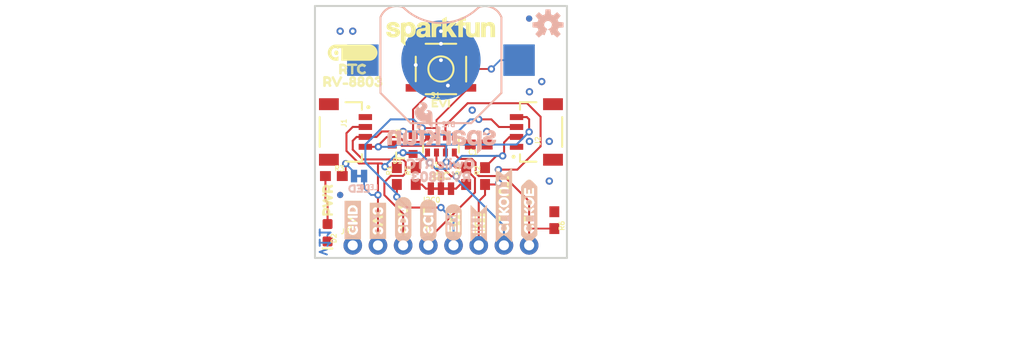
<source format=kicad_pcb>
(kicad_pcb (version 20211014) (generator pcbnew)
  (layers (0 "F.Cu" signal) (31 "B.Cu" signal) (34 "B.Paste" user) (35 "F.Paste" user) (36 "B.SilkS" user "B.Silkscreen") (37 "F.SilkS" user "F.Silkscreen") (38 "B.Mask" user) (39 "F.Mask" user) (44 "Edge.Cuts" user))
  (net 0 "")
  (net 1 "N$1")
  (net 2 "GND")
  (net 3 "SCL")
  (net 4 "SDA")
  (net 5 "CLKOUT")
  (net 6 "CLKOE")
  (net 7 "~{EVI}")
  (net 8 "3.3V")
  (net 9 "~{INT}")
  (net 10 "N$3")
  (net 11 "N$2")
  (net 12 "N$5")
  (net 13 "N$6")
  (net 14 "N$7")
  (footprint "boardEagle:SCL3" (layer "F.Cu") (at 147.2311 116.1796 90)
    (fp_text reference "U$7" hide)
    (fp_text value "" hide)
  )
  (footprint "boardEagle:PWR7" (layer "F.Cu") (at 137.0711 114.4016 90)
    (fp_text reference "U$17" hide)
    (fp_text value "" hide)
  )
  (footprint "boardEagle:TACTILE_SWITCH_SMD_5.2MM" (layer "F.Cu") (at 148.5011 98.6536 180)
    (fp_text reference "S1" (at 0 -2.667) (layer "F.SilkS") (effects (font (size 0.512064 0.512064) (thickness 0.097536)) (justify right)))
    (fp_text value "MOMENTARY-SWITCH-SPST-SMD-5.2MM-TALL")
    (pad "1" smd rect (at -2.794 -1.905 270) (size 0.762 1.524) (layers "F.Cu" "F.Paste" "F.Mask") (net 7 "~{EVI}"))
    (pad "2" smd rect (at 2.794 -1.905 270) (size 0.762 1.524) (layers "F.Cu" "F.Paste" "F.Mask"))
    (pad "3" smd rect (at -2.794 1.905 270) (size 0.762 1.524) (layers "F.Cu" "F.Paste" "F.Mask") (net 2 "GND"))
    (pad "4" smd rect (at 2.794 1.905 270) (size 0.762 1.524) (layers "F.Cu" "F.Paste" "F.Mask"))
  )
  (footprint "boardEagle:0603" (layer "F.Cu") (at 145.9611 109.4486 90)
    (fp_text reference "R5" (at 0 -0.762 90) (layer "F.SilkS") (effects (font (size 0.512064 0.512064) (thickness 0.097536)) (justify left)))
    (fp_text value "4.7k")
    (pad "1" smd rect (at -0.85 0 90) (size 1.1 1) (layers "F.Cu" "F.Paste" "F.Mask") (net 13 "N$6"))
    (pad "2" smd rect (at 0.85 0 90) (size 1.1 1) (layers "F.Cu" "F.Paste" "F.Mask") (net 4 "SDA"))
  )
  (footprint "boardEagle:0603" (layer "F.Cu") (at 152.3111 106.2736 180)
    (fp_text reference "C1" (at 0 -0.762) (layer "F.SilkS") (effects (font (size 0.512064 0.512064) (thickness 0.097536)) (justify right)))
    (fp_text value "10nF")
    (pad "1" smd rect (at -0.85 0 180) (size 1.1 1) (layers "F.Cu" "F.Paste" "F.Mask") (net 2 "GND"))
    (pad "2" smd rect (at 0.85 0 180) (size 1.1 1) (layers "F.Cu" "F.Paste" "F.Mask") (net 1 "N$1"))
  )
  (footprint "boardEagle:SOT23-3" (layer "F.Cu") (at 144.6911 106.2736 90)
    (fp_text reference "D1" (at -1.651 0) (layer "F.SilkS") (effects (font (size 0.512064 0.512064) (thickness 0.097536)) (justify right)))
    (fp_text value "BAS70-05")
    (pad "1" smd rect (at -0.95 1 90) (size 0.8 0.9) (layers "F.Cu" "F.Paste" "F.Mask") (net 8 "3.3V"))
    (pad "2" smd rect (at 0.95 1 90) (size 0.8 0.9) (layers "F.Cu" "F.Paste" "F.Mask") (net 10 "N$3"))
    (pad "3" smd rect (at 0 -1.1 90) (size 0.8 0.9) (layers "F.Cu" "F.Paste" "F.Mask") (net 1 "N$1"))
  )
  (footprint "boardEagle:FIDUCIAL-MICRO" (layer "F.Cu") (at 138.3411 111.3536)
    (fp_text reference "FD1" hide)
    (fp_text value "FIDUCIALUFIDUCIAL" hide)
    (pad "1" smd roundrect (at 0 0) (size 0.635 0.635) (layers "F.Cu" "F.Mask") (roundrect_rratio 0.5))
  )
  (footprint "boardEagle:CLKOE7" (layer "F.Cu") (at 157.3911 116.1796 90)
    (fp_text reference "U$13" hide)
    (fp_text value "" hide)
  )
  (footprint "boardEagle:I2C0" (layer "F.Cu") (at 146.9011 109.4036)
    (fp_text reference "U$19" hide)
    (fp_text value "" hide)
  )
  (footprint "boardEagle:0603" (layer "F.Cu") (at 151.0411 109.4486 90)
    (fp_text reference "R4" (at 0 -0.762 90) (layer "F.SilkS") (effects (font (size 0.512064 0.512064) (thickness 0.097536)) (justify left)))
    (fp_text value "4.7k")
    (pad "1" smd rect (at -0.85 0 90) (size 1.1 1) (layers "F.Cu" "F.Paste" "F.Mask") (net 14 "N$7"))
    (pad "2" smd rect (at 0.85 0 90) (size 1.1 1) (layers "F.Cu" "F.Paste" "F.Mask") (net 3 "SCL"))
  )
  (footprint "boardEagle:EVI1" (layer "F.Cu") (at 146.8011 102.1036)
    (fp_text reference "U$18" hide)
    (fp_text value "" hide)
  )
  (footprint "boardEagle:SDA2" (layer "F.Cu") (at 144.6911 116.1796 90)
    (fp_text reference "U$5" hide)
    (fp_text value "" hide)
  )
  (footprint "boardEagle:RV-3028" (layer "F.Cu") (at 148.5011 106.2736)
    (fp_text reference "U1" (at -1.27 2.032) (layer "F.SilkS") (effects (font (size 0.512064 0.512064) (thickness 0.097536)) (justify left)))
    (fp_text value "RV-8803")
    (pad "1" smd rect (at -1.35 0.8) (size 0.5 0.8) (layers "F.Cu" "F.Paste" "F.Mask") (net 4 "SDA"))
    (pad "2" smd rect (at -0.45 0.8) (size 0.5 0.8) (layers "F.Cu" "F.Paste" "F.Mask") (net 5 "CLKOUT"))
    (pad "3" smd rect (at 0.45 0.8) (size 0.5 0.8) (layers "F.Cu" "F.Paste" "F.Mask") (net 1 "N$1"))
    (pad "4" smd rect (at 1.35 0.8) (size 0.5 0.8) (layers "F.Cu" "F.Paste" "F.Mask") (net 6 "CLKOE"))
    (pad "5" smd rect (at 1.35 -0.8) (size 0.5 0.8) (layers "F.Cu" "F.Paste" "F.Mask") (net 2 "GND"))
    (pad "6" smd rect (at 0.45 -0.8) (size 0.5 0.8) (layers "F.Cu" "F.Paste" "F.Mask") (net 9 "~{INT}"))
    (pad "7" smd rect (at -0.45 -0.8) (size 0.5 0.8) (layers "F.Cu" "F.Paste" "F.Mask") (net 7 "~{EVI}"))
    (pad "8" smd rect (at -1.35 -0.8) (size 0.5 0.8) (layers "F.Cu" "F.Paste" "F.Mask") (net 3 "SCL"))
  )
  (footprint "boardEagle:#INT5" (layer "F.Cu") (at 152.3111 116.3066 90)
    (fp_text reference "U$15" hide)
    (fp_text value "" hide)
  )
  (footprint "boardEagle:0603" (layer "F.Cu") (at 152.9461 109.4486 90)
    (fp_text reference "R2" (at 0 -0.762 90) (layer "F.SilkS") (effects (font (size 0.512064 0.512064) (thickness 0.097536)) (justify left)))
    (fp_text value "100k")
    (pad "1" smd rect (at -0.85 0 90) (size 1.1 1) (layers "F.Cu" "F.Paste" "F.Mask") (net 9 "~{INT}"))
    (pad "2" smd rect (at 0.85 0 90) (size 1.1 1) (layers "F.Cu" "F.Paste" "F.Mask") (net 8 "3.3V"))
  )
  (footprint "boardEagle:CLKOUT6" (layer "F.Cu") (at 154.8511 116.1796 90)
    (fp_text reference "U$11" hide)
    (fp_text value "" hide)
  )
  (footprint "boardEagle:_RV#88031" (layer "F.Cu") (at 135.3111 99.9136)
    (fp_text reference "U$24" hide)
    (fp_text value "" hide)
  )
  (footprint "boardEagle:QWIIC_5MM" (layer "F.Cu") (at 139.5711 96.9936)
    (fp_text reference "LOGO4" hide)
    (fp_text value "QWIIC_LOGO_5MM" hide)
  )
  (footprint "boardEagle:JST04_1MM_RA" (layer "F.Cu") (at 156.1211 105.0036 90)
    (fp_text reference "J2" (at -1.397 2.159 90) (layer "F.SilkS") (effects (font (size 0.512064 0.512064) (thickness 0.097536)) (justify left)))
    (fp_text value "QWIIC")
    (pad "1" smd rect (at -1.5 0 90) (size 0.6 1.35) (layers "F.Cu" "F.Paste" "F.Mask") (net 2 "GND"))
    (pad "2" smd rect (at -0.5 0 90) (size 0.6 1.35) (layers "F.Cu" "F.Paste" "F.Mask") (net 8 "3.3V"))
    (pad "3" smd rect (at 0.5 0 90) (size 0.6 1.35) (layers "F.Cu" "F.Paste" "F.Mask") (net 4 "SDA"))
    (pad "4" smd rect (at 1.5 0 90) (size 0.6 1.35) (layers "F.Cu" "F.Paste" "F.Mask") (net 3 "SCL"))
    (pad "NC1" smd rect (at 2.8 3.675 90) (size 1.2 2) (layers "F.Cu" "F.Paste" "F.Mask"))
    (pad "NC2" smd rect (at -2.8 3.675 90) (size 1.2 2) (layers "F.Cu" "F.Paste" "F.Mask"))
  )
  (footprint "boardEagle:#EVI2" (layer "F.Cu") (at 149.7711 116.1796 90)
    (fp_text reference "U$9" hide)
    (fp_text value "" hide)
  )
  (footprint "boardEagle:SFE_LOGO_NAME_.1" (layer "F.Cu") (at 148.5011 94.8436)
    (fp_text reference "LOGO5" hide)
    (fp_text value "SFE_LOGO_NAME.1_INCH" hide)
  )
  (footprint "boardEagle:0603" (layer "F.Cu") (at 137.7061 109.4486)
    (fp_text reference "R3" (at 0 -0.762) (layer "F.SilkS") (effects (font (size 0.512064 0.512064) (thickness 0.097536)) (justify left)))
    (fp_text value "1k")
    (pad "1" smd rect (at -0.85 0) (size 1.1 1) (layers "F.Cu" "F.Paste" "F.Mask") (net 11 "N$2"))
    (pad "2" smd rect (at 0.85 0) (size 1.1 1) (layers "F.Cu" "F.Paste" "F.Mask") (net 12 "N$5"))
  )
  (footprint "boardEagle:3V31" (layer "F.Cu") (at 142.1511 116.3066 90)
    (fp_text reference "U$1" hide)
    (fp_text value "" hide)
  )
  (footprint "boardEagle:RTC0" (layer "F.Cu") (at 137.2711 98.6536)
    (fp_text reference "U$25" hide)
    (fp_text value "" hide)
  )
  (footprint "boardEagle:LED-0603" (layer "F.Cu") (at 137.0711 115.1636 -90)
    (fp_text reference "D2" (at 0 -0.635 90) (layer "F.SilkS") (effects (font (size 0.512064 0.512064) (thickness 0.097536)) (justify right)))
    (fp_text value "RED")
    (pad "A" smd roundrect (at -0.877 0 180) (size 1 1) (layers "F.Cu" "F.Paste" "F.Mask") (roundrect_rratio 0.15) (net 11 "N$2"))
    (pad "C" smd roundrect (at 0.877 0 180) (size 1 1) (layers "F.Cu" "F.Paste" "F.Mask") (roundrect_rratio 0.15) (net 2 "GND"))
  )
  (footprint "boardEagle:SMT-JUMPER_3_2-NC_TRACE_NO-SILK" (layer "F.Cu") (at 148.5011 110.7186 180)
    (fp_text reference "I2C0" (at 0 -1.143) (layer "F.SilkS") (effects (font (size 0.512064 0.512064) (thickness 0.097536)) (justify right)))
    (fp_text value "JUMPER-SMT_3_2-NC_TRACE_NO-SILK")
    (fp_line (start 0 0) (end -1.016 0) (layer "F.Cu") (width 0.254))
    (fp_line (start 0 0) (end 1.016 0) (layer "F.Cu") (width 0.254))
    (pad "1" smd rect (at -1.016 0 180) (size 0.635 1.27) (layers "F.Cu" "F.Mask") (net 14 "N$7"))
    (pad "2" smd rect (at 0 0 180) (size 0.635 1.27) (layers "F.Cu" "F.Mask") (net 8 "3.3V"))
    (pad "3" smd rect (at 1.016 0 180) (size 0.635 1.27) (layers "F.Cu" "F.Mask") (net 13 "N$6"))
  )
  (footprint "boardEagle:0603" (layer "F.Cu") (at 159.9311 113.8936 -90)
    (fp_text reference "R6" (at 0 -0.762 90) (layer "F.SilkS") (effects (font (size 0.512064 0.512064) (thickness 0.097536)) (justify right)))
    (fp_text value "100k")
    (pad "1" smd rect (at -0.85 0 270) (size 1.1 1) (layers "F.Cu" "F.Paste" "F.Mask") (net 2 "GND"))
    (pad "2" smd rect (at 0.85 0 270) (size 1.1 1) (layers "F.Cu" "F.Paste" "F.Mask") (net 6 "CLKOE"))
  )
  (footprint "boardEagle:FIDUCIAL-MICRO" (layer "F.Cu") (at 157.3911 93.5736)
    (fp_text reference "FD3" hide)
    (fp_text value "FIDUCIALUFIDUCIAL" hide)
    (pad "1" smd roundrect (at 0 0) (size 0.635 0.635) (layers "F.Cu" "F.Mask") (roundrect_rratio 0.5))
  )
  (footprint "boardEagle:CREATIVE_COMMONS" (layer "F.Cu") (at 124.3711 126.5936)
    (fp_text reference "FRAME1" hide)
    (fp_text value "FRAME-LETTER" hide)
  )
  (footprint "boardEagle:0603" (layer "F.Cu") (at 144.0561 109.4486 90)
    (fp_text reference "R1" (at 0 -0.762 90) (layer "F.SilkS") (effects (font (size 0.512064 0.512064) (thickness 0.097536)) (justify left)))
    (fp_text value "100k")
    (pad "1" smd rect (at -0.85 0 90) (size 1.1 1) (layers "F.Cu" "F.Paste" "F.Mask") (net 7 "~{EVI}"))
    (pad "2" smd rect (at 0.85 0 90) (size 1.1 1) (layers "F.Cu" "F.Paste" "F.Mask") (net 8 "3.3V"))
  )
  (footprint "boardEagle:1X08_NO_SILK" (layer "F.Cu") (at 139.6111 116.4336)
    (fp_text reference "J3" (at -1.27 -1.397) (layer "F.SilkS") (effects (font (size 0.512064 0.512064) (thickness 0.097536)) (justify left)))
    (fp_text value "")
    (pad "1" thru_hole circle (at 0 0 90) (size 1.8796 1.8796) (drill 1.016) (layers *.Cu *.Mask) (net 2 "GND"))
    (pad "2" thru_hole circle (at 2.54 0 90) (size 1.8796 1.8796) (drill 1.016) (layers *.Cu *.Mask) (net 8 "3.3V"))
    (pad "3" thru_hole circle (at 5.08 0 90) (size 1.8796 1.8796) (drill 1.016) (layers *.Cu *.Mask) (net 4 "SDA"))
    (pad "4" thru_hole circle (at 7.62 0 90) (size 1.8796 1.8796) (drill 1.016) (layers *.Cu *.Mask) (net 3 "SCL"))
    (pad "5" thru_hole circle (at 10.16 0 90) (size 1.8796 1.8796) (drill 1.016) (layers *.Cu *.Mask) (net 7 "~{EVI}"))
    (pad "6" thru_hole circle (at 12.7 0 90) (size 1.8796 1.8796) (drill 1.016) (layers *.Cu *.Mask) (net 9 "~{INT}"))
    (pad "7" thru_hole circle (at 15.24 0 90) (size 1.8796 1.8796) (drill 1.016) (layers *.Cu *.Mask) (net 5 "CLKOUT"))
    (pad "8" thru_hole circle (at 17.78 0 90) (size 1.8796 1.8796) (drill 1.016) (layers *.Cu *.Mask) (net 6 "CLKOE"))
  )
  (footprint "boardEagle:GND0" (layer "F.Cu") (at 139.6111 116.3066 90)
    (fp_text reference "U$3" hide)
    (fp_text value "" hide)
  )
  (footprint "boardEagle:JST04_1MM_RA" (layer "F.Cu") (at 140.8811 105.0036 -90)
    (fp_text reference "J1" (at -1.397 2.159 90) (layer "F.SilkS") (effects (font (size 0.512064 0.512064) (thickness 0.097536)) (justify right)))
    (fp_text value "QWIIC")
    (pad "1" smd rect (at -1.5 0 270) (size 0.6 1.35) (layers "F.Cu" "F.Paste" "F.Mask") (net 2 "GND"))
    (pad "2" smd rect (at -0.5 0 270) (size 0.6 1.35) (layers "F.Cu" "F.Paste" "F.Mask") (net 8 "3.3V"))
    (pad "3" smd rect (at 0.5 0 270) (size 0.6 1.35) (layers "F.Cu" "F.Paste" "F.Mask") (net 4 "SDA"))
    (pad "4" smd rect (at 1.5 0 270) (size 0.6 1.35) (layers "F.Cu" "F.Paste" "F.Mask") (net 3 "SCL"))
    (pad "NC1" smd rect (at 2.8 3.675 270) (size 1.2 2) (layers "F.Cu" "F.Paste" "F.Mask"))
    (pad "NC2" smd rect (at -2.8 3.675 270) (size 1.2 2) (layers "F.Cu" "F.Paste" "F.Mask"))
  )
  (footprint "boardEagle:GND0" (layer "B.Cu") (at 139.6111 116.3066 90)
    (fp_text reference "U$4" hide)
    (fp_text value "" hide)
  )
  (footprint "boardEagle:OSHW-LOGO-S" (layer "B.Cu") (at 159.2961 94.2086 180)
    (fp_text reference "LOGO2" hide)
    (fp_text value "OSHW-LOGOS" hide)
  )
  (footprint "boardEagle:FIDUCIAL-MICRO" (layer "B.Cu") (at 138.3411 111.3536 180)
    (fp_text reference "FD2" hide)
    (fp_text value "FIDUCIALUFIDUCIAL" hide)
    (pad "1" smd roundrect (at 0 0 180) (size 0.635 0.635) (layers "B.Cu" "B.Mask") (roundrect_rratio 0.5))
  )
  (footprint "boardEagle:SCL3" (layer "B.Cu") (at 147.2311 116.1796 90)
    (fp_text reference "U$8" hide)
    (fp_text value "" hide)
  )
  (footprint "boardEagle:#EVI2" (layer "B.Cu") (at 149.7711 116.1796 90)
    (fp_text reference "U$10" hide)
    (fp_text value "" hide)
  )
  (footprint "boardEagle:SMT-JUMPER_2_NC_TRACE_NO-SILK" (layer "B.Cu") (at 140.2461 109.4486)
    (fp_text reference "LED0" (at 0 1.143) (layer "B.SilkS") (effects (font (size 0.512064 0.512064) (thickness 0.097536)) (justify right mirror)))
    (fp_text value "JUMPER-SMT_2_NC_TRACE_NO-SILK")
    (fp_line (start -0.508 0) (end 0.508 0) (layer "B.Cu") (width 0.254))
    (pad "1" smd rect (at -0.508 0) (size 0.635 1.27) (layers "B.Cu" "B.Mask") (net 12 "N$5"))
    (pad "2" smd rect (at 0.508 0) (size 0.635 1.27) (layers "B.Cu" "B.Mask") (net 8 "3.3V"))
  )
  (footprint "boardEagle:FIDUCIAL-MICRO" (layer "B.Cu") (at 157.3911 93.5736 180)
    (fp_text reference "FD4" hide)
    (fp_text value "FIDUCIALUFIDUCIAL" hide)
    (pad "1" smd roundrect (at 0 0 180) (size 0.635 0.635) (layers "B.Cu" "B.Mask") (roundrect_rratio 0.5))
  )
  (footprint "boardEagle:QWIIC_RTC0" (layer "B.Cu") (at 152.8011 108.1936 180)
    (fp_text reference "U$21" hide)
    (fp_text value "" hide)
  )
  (footprint "boardEagle:LED2" (layer "B.Cu") (at 142.0911 110.7036 180)
    (fp_text reference "U$20" hide)
    (fp_text value "" hide)
  )
  (footprint "boardEagle:CLKOE7" (layer "B.Cu") (at 157.3911 116.1796 90)
    (fp_text reference "U$14" hide)
    (fp_text value "" hide)
  )
  (footprint "boardEagle:CLKOUT6" (layer "B.Cu") (at 154.8511 116.1796 90)
    (fp_text reference "U$12" hide)
    (fp_text value "" hide)
  )
  (footprint "boardEagle:SDA2" (layer "B.Cu") (at 144.6911 116.1796 90)
    (fp_text reference "U$6" hide)
    (fp_text value "" hide)
  )
  (footprint "boardEagle:3V31" (layer "B.Cu") (at 142.1511 116.3066 90)
    (fp_text reference "U$2" hide)
    (fp_text value "" hide)
  )
  (footprint "boardEagle:BATTCON_12MM" (layer "B.Cu") (at 148.5011 97.7646 180)
    (fp_text reference "BT2" (at 0 -6.477) (layer "B.SilkS") (effects (font (size 0.512064 0.512064) (thickness 0.097536)) (justify right mirror)))
    (fp_text value "")
    (pad "GND" smd roundrect (at 0 0 180) (size 8 8) (layers "B.Cu" "B.Mask") (roundrect_rratio 0.5) (net 2 "GND"))
    (pad "PWR@1" smd rect (at -7.874 0 180) (size 3.175 3.175) (layers "B.Cu" "B.Paste" "B.Mask") (net 10 "N$3"))
    (pad "PWR@2" smd rect (at 7.874 0 180) (size 3.175 3.175) (layers "B.Cu" "B.Paste" "B.Mask"))
  )
  (footprint "boardEagle:SFE_LOGO_NAME_FLAME_.1" (layer "B.Cu") (at 148.5011 105.7036 180)
    (fp_text reference "LOGO1" hide)
    (fp_text value "SFE_LOGO_NAME_FLAME.1_INCH" hide)
  )
  (footprint "boardEagle:_RV#88031" (layer "B.Cu") (at 152.8011 109.4936 180)
    (fp_text reference "U$22" hide)
    (fp_text value "" hide)
  )
  (footprint "boardEagle:#INT5" (layer "B.Cu") (at 152.3111 116.3066 90)
    (fp_text reference "U$16" hide)
    (fp_text value "" hide)
  )
  (gr_line (start 135.8011 117.7036) (end 161.2011 117.7036) (layer "Edge.Cuts") (width 0.2032))
  (gr_line (start 161.2011 92.3036) (end 135.8011 92.3036) (layer "Edge.Cuts") (width 0.2032))
  (gr_line (start 161.2011 117.7036) (end 161.2011 92.3036) (layer "Edge.Cuts") (width 0.2032))
  (gr_line (start 135.8011 92.3036) (end 135.8011 117.7036) (layer "Edge.Cuts") (width 0.2032))
  (gr_text "v11" (at 137.4011 114.5036 -90) (layer "B.Cu") (effects (font (size 1.0795 1.0795) (thickness 0.1905)) (justify right top mirror)))
  (segment (start 149.1297 106.2736) (end 151.4611 106.2736) (width 0.2032) (layer "F.Cu") (net 1))
  (segment (start 144.5577 106.3942) (end 149.0091 106.3942) (width 0.2032) (layer "F.Cu") (net 1))
  (segment (start 148.9511 107.0736) (end 148.9511 106.4522) (width 0.2032) (layer "F.Cu") (net 1))
  (segment (start 148.9511 106.4522) (end 149.0091 106.3942) (width 0.2032) (layer "F.Cu") (net 1))
  (segment (start 144.4371 106.2736) (end 144.5577 106.3942) (width 0.2032) (layer "F.Cu") (net 1))
  (segment (start 149.1297 106.2736) (end 149.0091 106.3942) (width 0.2032) (layer "F.Cu") (net 1))
  (segment (start 143.5911 106.2736) (end 144.4371 106.2736) (width 0.2032) (layer "F.Cu") (net 1))
  (via (at 159.4239 109.9528) (size 0.7366) (drill 0.381) (layers "F.Cu" "B.Cu") (net 2))
  (via (at 145.9611 98.2536) (size 0.7366) (drill 0.381) (layers "F.Cu" "B.Cu") (net 2))
  (via (at 139.6111 94.8436) (size 0.7366) (drill 0.381) (layers "F.Cu" "B.Cu") (net 2))
  (via (at 151.6537 102.8034) (size 0.7366) (drill 0.381) (layers "F.Cu" "B.Cu") (net 2))
  (via (at 138.3411 94.8436) (size 0.7366) (drill 0.381) (layers "F.Cu" "B.Cu") (net 2))
  (via (at 148.5011 94.8436) (size 0.7366) (drill 0.381) (layers "F.Cu" "B.Cu") (net 2))
  (via (at 148.5011 97.7646) (size 0.7366) (drill 0.381) (layers "F.Cu" "B.Cu") (net 2))
  (via (at 157.4239 105.9528) (size 0.7366) (drill 0.381) (layers "F.Cu" "B.Cu") (net 2))
  (via (at 153.1239 104.9528) (size 0.7366) (drill 0.381) (layers "F.Cu" "B.Cu") (net 2))
  (via (at 149.2011 100.3236) (size 0.7366) (drill 0.381) (layers "F.Cu" "B.Cu") (net 2))
  (via (at 158.6611 99.9236) (size 0.7366) (drill 0.381) (layers "F.Cu" "B.Cu") (net 2))
  (via (at 159.4239 105.9528) (size 0.7366) (drill 0.381) (layers "F.Cu" "B.Cu") (net 2))
  (via (at 148.5011 96.1136) (size 0.7366) (drill 0.381) (layers "F.Cu" "B.Cu") (net 2))
  (via (at 157.4239 100.9528) (size 0.7366) (drill 0.381) (layers "F.Cu" "B.Cu") (net 2))
  (segment (start 157.1611 103.5036) (end 156.1211 103.5036) (width 0.2032) (layer "F.Cu") (net 3))
  (segment (start 157.3911 105.0036) (end 157.3911 103.7336) (width 0.2032) (layer "F.Cu") (net 3))
  (segment (start 147.1511 105.5879) (end 147.1511 105.4736) (width 0.2032) (layer "F.Cu") (net 3))
  (segment (start 151.0411 108.5986) (end 149.9752 108.5986) (width 0.2032) (layer "F.Cu") (net 3))
  (segment (start 151.0411 108.5986) (end 151.0411 108.7755) (width 0.2032) (layer "F.Cu") (net 3))
  (segment (start 149.4155 108.0389) (end 149.0345 108.0389) (width 0.2032) (layer "F.Cu") (net 3))
  (segment (start 142.1892 106.5022) (end 142.1892 106.3625) (width 0.2032) (layer "F.Cu") (net 3))
  (segment (start 143.0401 105.5116) (end 144.3101 105.5116) (width 0.2032) (layer "F.Cu") (net 3))
  (segment (start 151.9301 109.6645) (end 151.0411 108.7755) (width 0.2032) (layer "F.Cu") (net 3))
  (segment (start 142.1878 106.5036) (end 140.8811 106.5036) (width 0.2032) (layer "F.Cu") (net 3))
  (segment (start 147.2311 116.4336) (end 147.2311 115.7986) (width 0.2032) (layer "F.Cu") (net 3))
  (segment (start 147.1511 105.5879) (end 146.7321 106.0069) (width 0.2032) (layer "F.Cu") (net 3))
  (segment (start 142.1892 106.3625) (end 143.0401 105.5116) (width 0.2032) (layer "F.Cu") (net 3))
  (segment (start 151.9301 111.0996) (end 147.2311 115.7986) (width 0.2032) (layer "F.Cu") (net 3))
  (segment (start 149.9752 108.5986) (end 149.4155 108.0389) (width 0.2032) (layer "F.Cu") (net 3))
  (segment (start 142.1892 106.5022) (end 142.1878 106.5036) (width 0.2032) (layer "F.Cu") (net 3))
  (segment (start 157.3911 103.7336) (end 157.1611 103.5036) (width 0.2032) (layer "F.Cu") (net 3))
  (segment (start 144.3101 105.5116) (end 144.8054 106.0069) (width 0.2032) (layer "F.Cu") (net 3))
  (segment (start 151.9301 111.0996) (end 151.9301 109.6645) (width 0.2032) (layer "F.Cu") (net 3))
  (segment (start 144.8054 106.0069) (end 146.7321 106.0069) (width 0.2032) (layer "F.Cu") (net 3))
  (via (at 149.0345 108.0389) (size 0.7366) (drill 0.381) (layers "F.Cu" "B.Cu") (net 3))
  (via (at 142.1892 106.5022) (size 0.7366) (drill 0.381) (layers "F.Cu" "B.Cu") (net 3))
  (via (at 157.3911 105.0036) (size 0.7366) (drill 0.381) (layers "F.Cu" "B.Cu") (net 3))
  (segment (start 144.079912 106.2736) (end 149.0345 106.2736) (width 0.2032) (layer "B.Cu") (net 3))
  (segment (start 143.851312 106.5022) (end 144.079912 106.2736) (width 0.2032) (layer "B.Cu") (net 3))
  (segment (start 156.1211 106.2736) (end 157.3911 105.0036) (width 0.2032) (layer "B.Cu") (net 3))
  (segment (start 149.0345 108.0389) (end 149.0345 106.2736) (width 0.2032) (layer "B.Cu") (net 3))
  (segment (start 156.1211 106.2736) (end 149.0345 106.2736) (width 0.2032) (layer "B.Cu") (net 3))
  (segment (start 143.851312 106.5022) (end 142.1892 106.5022) (width 0.2032) (layer "B.Cu") (net 3))
  (segment (start 140.8811 105.5036) (end 142.001281 105.5036) (width 0.2032) (layer "F.Cu") (net 4))
  (segment (start 142.001281 105.5036) (end 142.552081 104.9528) (width 0.2032) (layer "F.Cu") (net 4))
  (segment (start 144.6911 116.4336) (end 144.6911 113.2586) (width 0.2032) (layer "F.Cu") (net 4))
  (segment (start 143.4417 109.428) (end 144.671831 109.428) (width 0.2032) (layer "F.Cu") (net 4))
  (segment (start 147.1511 107.0736) (end 147.1511 107.242597) (width 0.1778) (layer "F.Cu") (net 4))
  (segment (start 139.6111 106.7816) (end 140.5987 107.7692) (width 0.2032) (layer "F.Cu") (net 4))
  (segment (start 144.9451 108.5596) (end 144.9451 108.042469) (width 0.2032) (layer "F.Cu") (net 4))
  (segment (start 142.7988 110.0709) (end 143.4417 109.428) (width 0.2032) (layer "F.Cu") (net 4))
  (segment (start 153.5811 103.7336) (end 152.3111 103.7336) (width 0.2032) (layer "F.Cu") (net 4))
  (segment (start 147.1511 107.242597) (end 145.9611 108.4326) (width 0.2032) (layer "F.Cu") (net 4))
  (segment (start 144.671831 109.428) (end 144.9451 109.154732) (width 0.2032) (layer "F.Cu") (net 4))
  (segment (start 140.5987 107.7692) (end 144.671831 107.7692) (width 0.2032) (layer "F.Cu") (net 4))
  (segment (start 140.0001 105.5036) (end 140.8811 105.5036) (width 0.2032) (layer "F.Cu") (net 4))
  (segment (start 139.6111 105.8926) (end 139.6111 106.7816) (width 0.2032) (layer "F.Cu") (net 4))
  (segment (start 142.7988 111.3663) (end 142.7988 110.0709) (width 0.2032) (layer "F.Cu") (net 4))
  (segment (start 144.9451 108.042469) (end 144.671831 107.7692) (width 0.2032) (layer "F.Cu") (net 4))
  (segment (start 145.9611 108.5986) (end 144.9841 108.5986) (width 0.2032) (layer "F.Cu") (net 4))
  (segment (start 144.9451 109.154732) (end 144.9451 108.5596) (width 0.2032) (layer "F.Cu") (net 4))
  (segment (start 145.9611 108.4326) (end 145.9611 108.5986) (width 0.2032) (layer "F.Cu") (net 4))
  (segment (start 156.1211 104.5036) (end 154.3511 104.5036) (width 0.2032) (layer "F.Cu") (net 4))
  (segment (start 140.0001 105.5036) (end 139.6111 105.8926) (width 0.2032) (layer "F.Cu") (net 4))
  (segment (start 154.3511 104.5036) (end 153.5811 103.7336) (width 0.2032) (layer "F.Cu") (net 4))
  (segment (start 144.6911 104.9528) (end 142.552081 104.9528) (width 0.2032) (layer "F.Cu") (net 4))
  (segment (start 144.9841 108.5986) (end 144.9451 108.5596) (width 0.2032) (layer "F.Cu") (net 4))
  (segment (start 142.7988 111.3663) (end 144.6911 113.2586) (width 0.2032) (layer "F.Cu") (net 4))
  (via (at 144.6911 104.9528) (size 0.7366) (drill 0.381) (layers "F.Cu" "B.Cu") (net 4))
  (via (at 152.3111 103.7336) (size 0.7366) (drill 0.381) (layers "F.Cu" "B.Cu") (net 4))
  (segment (start 151.450193 103.7336) (end 149.926193 105.2576) (width 0.2032) (layer "B.Cu") (net 4))
  (segment (start 146.035712 104.9528) (end 144.6911 104.9528) (width 0.2032) (layer "B.Cu") (net 4))
  (segment (start 149.926193 105.2576) (end 146.340512 105.2576) (width 0.2032) (layer "B.Cu") (net 4))
  (segment (start 146.340512 105.2576) (end 146.035712 104.9528) (width 0.2032) (layer "B.Cu") (net 4))
  (segment (start 152.3111 103.7336) (end 151.450193 103.7336) (width 0.2032) (layer "B.Cu") (net 4))
  (segment (start 150.0505 109.474) (end 149.5425 109.474) (width 0.2032) (layer "F.Cu") (net 5))
  (segment (start 149.5425 109.474) (end 148.0511 107.9826) (width 0.2032) (layer "F.Cu") (net 5))
  (segment (start 148.0511 107.9826) (end 148.0511 107.0736) (width 0.2032) (layer "F.Cu") (net 5))
  (via (at 150.0505 109.474) (size 0.7366) (drill 0.381) (layers "F.Cu" "B.Cu") (net 5))
  (segment (start 150.0505 109.474) (end 150.0505 109.67715) (width 0.2032) (layer "B.Cu") (net 5))
  (segment (start 150.050475 109.677175) (end 154.8511 114.4778) (width 0.2032) (layer "B.Cu") (net 5))
  (segment (start 150.0505 109.67715) (end 150.050475 109.677175) (width 0.2032) (layer "B.Cu") (net 5))
  (segment (start 154.8511 116.4336) (end 154.8511 114.4778) (width 0.2032) (layer "B.Cu") (net 5))
  (segment (start 154.8511 109.4486) (end 152.3111 109.4486) (width 0.2032) (layer "F.Cu") (net 6))
  (segment (start 151.9936 108.0961) (end 151.6189 107.7214) (width 0.2032) (layer "F.Cu") (net 6))
  (segment (start 149.8511 107.2299) (end 149.8511 107.0736) (width 0.2032) (layer "F.Cu") (net 6))
  (segment (start 157.3911 116.4336) (end 157.3911 114.7036) (width 0.2032) (layer "F.Cu") (net 6))
  (segment (start 157.3911 114.7036) (end 157.3911 111.9886) (width 0.2032) (layer "F.Cu") (net 6))
  (segment (start 151.9936 109.1311) (end 151.9936 108.0961) (width 0.2032) (layer "F.Cu") (net 6))
  (segment (start 159.9311 114.7436) (end 157.4311 114.7436) (width 0.1778) (layer "F.Cu") (net 6))
  (segment (start 150.3426 107.7214) (end 149.8511 107.2299) (width 0.2032) (layer "F.Cu") (net 6))
  (segment (start 151.6189 107.7214) (end 150.3426 107.7214) (width 0.2032) (layer "F.Cu") (net 6))
  (segment (start 152.3111 109.4486) (end 151.9936 109.1311) (width 0.2032) (layer "F.Cu") (net 6))
  (segment (start 157.4311 114.7436) (end 157.3911 114.7036) (width 0.1778) (layer "F.Cu") (net 6))
  (segment (start 157.3911 111.9886) (end 154.8511 109.4486) (width 0.2032) (layer "F.Cu") (net 6))
  (segment (start 148.5011 112.6236) (end 145.1261 112.6236) (width 0.2032) (layer "F.Cu") (net 7))
  (segment (start 148.0448 104.6099) (end 148.0511 104.6036) (width 0.1778) (layer "F.Cu") (net 7))
  (segment (start 146.6088 104.6099) (end 148.0448 104.6099) (width 0.1778) (layer "F.Cu") (net 7))
  (segment (start 148.0511 104.6036) (end 148.0511 105.4736) (width 0.1778) (layer "F.Cu") (net 7))
  (segment (start 151.2951 100.5586) (end 148.0511 103.8026) (width 0.1778) (layer "F.Cu") (net 7))
  (segment (start 145.1261 112.6236) (end 144.0561 111.5536) (width 0.2032) (layer "F.Cu") (net 7))
  (segment (start 144.0561 111.5536) (end 144.0561 110.2986) (width 0.2032) (layer "F.Cu") (net 7))
  (segment (start 148.0511 103.8026) (end 148.0511 104.6036) (width 0.1778) (layer "F.Cu") (net 7))
  (via (at 148.5011 112.6236) (size 0.7366) (drill 0.381) (layers "F.Cu" "B.Cu") (net 7))
  (via (at 146.6088 104.6099) (size 0.7366) (drill 0.381) (layers "F.Cu" "B.Cu") (net 7))
  (via (at 144.0561 111.5536) (size 0.7366) (drill 0.381) (layers "F.Cu" "B.Cu") (net 7))
  (segment (start 144.0561 111.5536) (end 144.0561 111.2536) (width 0.2032) (layer "B.Cu") (net 7))
  (segment (start 149.7711 113.8936) (end 148.5011 112.6236) (width 0.2032) (layer "B.Cu") (net 7))
  (segment (start 145.7325 103.7336) (end 143.4211 103.7336) (width 0.2032) (layer "B.Cu") (net 7))
  (segment (start 140.8811 108.0786) (end 140.8811 106.2736) (width 0.2032) (layer "B.Cu") (net 7))
  (segment (start 146.6088 104.6099) (end 145.7325 103.7336) (width 0.2032) (layer "B.Cu") (net 7))
  (segment (start 144.0561 111.2536) (end 140.8811 108.0786) (width 0.2032) (layer "B.Cu") (net 7))
  (segment (start 140.8811 106.2736) (end 143.4211 103.7336) (width 0.2032) (layer "B.Cu") (net 7))
  (segment (start 149.7711 116.4336) (end 149.7711 113.8936) (width 0.2032) (layer "B.Cu") (net 7))
  (segment (start 152.9071 108.5986) (end 152.9461 108.5986) (width 0.2032) (layer "F.Cu") (net 8))
  (segment (start 144.8029 107.2236) (end 144.6784 107.0991) (width 0.2032) (layer "F.Cu") (net 8))
  (segment (start 154.8671 106.0576) (end 154.8671 107.2736) (width 0.2032) (layer "F.Cu") (net 8))
  (segment (start 155.4211 105.5036) (end 154.8671 106.0576) (width 0.2032) (layer "F.Cu") (net 8))
  (segment (start 138.9761 105.1306) (end 139.6111 104.4956) (width 0.2032) (layer "F.Cu") (net 8))
  (segment (start 147.3835 108.1151) (end 147.3835 108.1405) (width 0.2032) (layer "F.Cu") (net 8))
  (segment (start 154.8671 107.2736) (end 154.7241 107.4166) (width 0.2032) (layer "F.Cu") (net 8))
  (segment (start 145.6911 107.2236) (end 144.8029 107.2236) (width 0.2032) (layer "F.Cu") (net 8))
  (segment (start 142.1511 111.3536) (end 142.1511 108.1786) (width 0.2032) (layer "F.Cu") (net 8))
  (segment (start 154.0891 107.4166) (end 152.9071 108.5986) (width 0.2032) (layer "F.Cu") (net 8))
  (segment (start 154.7241 107.4166) (end 154.0891 107.4166) (width 0.2032) (layer "F.Cu") (net 8))
  (segment (start 140.2461 108.1786) (end 138.9761 106.9086) (width 0.2032) (layer "F.Cu") (net 8))
  (segment (start 142.8623 108.5088) (end 142.5321 108.1786) (width 0.2032) (layer "F.Cu") (net 8))
  (segment (start 148.5011 109.2581) (end 147.3835 108.1405) (width 0.2032) (layer "F.Cu") (net 8))
  (segment (start 142.9521 108.5986) (end 144.0561 108.5986) (width 0.1778) (layer "F.Cu") (net 8))
  (segment (start 139.6111 104.4956) (end 140.8731 104.4956) (width 0.2032) (layer "F.Cu") (net 8))
  (segment (start 142.1511 116.4336) (end 142.1511 111.3536) (width 0.2032) (layer "F.Cu") (net 8))
  (segment (start 138.9761 106.9086) (end 138.9761 105.1306) (width 0.2032) (layer "F.Cu") (net 8))
  (segment (start 142.5321 108.1786) (end 142.1511 108.1786) (width 0.2032) (layer "F.Cu") (net 8))
  (segment (start 156.1211 105.5036) (end 155.4211 105.5036) (width 0.2032) (layer "F.Cu") (net 8))
  (segment (start 142.1511 108.1786) (end 140.2461 108.1786) (width 0.2032) (layer "F.Cu") (net 8))
  (segment (start 148.5011 109.2581) (end 148.5011 110.7186) (width 0.2032) (layer "F.Cu") (net 8))
  (segment (start 140.8731 104.4956) (end 140.8811 104.5036) (width 0.2032) (layer "F.Cu") (net 8))
  (segment (start 142.8623 108.5088) (end 142.9521 108.5986) (width 0.1778) (layer "F.Cu") (net 8))
  (via (at 147.3835 108.1151) (size 0.7366) (drill 0.381) (layers "F.Cu" "B.Cu") (net 8))
  (via (at 142.8623 108.5088) (size 0.7366) (drill 0.381) (layers "F.Cu" "B.Cu") (net 8))
  (via (at 142.1511 111.3536) (size 0.7366) (drill 0.381) (layers "F.Cu" "B.Cu") (net 8))
  (via (at 144.6784 107.0991) (size 0.7366) (drill 0.381) (layers "F.Cu" "B.Cu") (net 8))
  (via (at 154.7241 107.4166) (size 0.7366) (drill 0.381) (layers "F.Cu" "B.Cu") (net 8))
  (segment (start 149.3139 108.712) (end 147.9804 108.712) (width 0.2032) (layer "B.Cu") (net 8))
  (segment (start 147.3835 108.1151) (end 146.3675 107.0991) (width 0.2032) (layer "B.Cu") (net 8))
  (segment (start 142.8623 108.4072) (end 142.8623 108.5088) (width 0.2032) (layer "B.Cu") (net 8))
  (segment (start 150.6093 107.4166) (end 154.7241 107.4166) (width 0.2032) (layer "B.Cu") (net 8))
  (segment (start 141.4511 111.3536) (end 142.1511 111.3536) (width 0.1778) (layer "B.Cu") (net 8))
  (segment (start 144.6784 107.0991) (end 146.3675 107.0991) (width 0.2032) (layer "B.Cu") (net 8))
  (segment (start 147.3835 108.1151) (end 147.9804 108.712) (width 0.2032) (layer "B.Cu") (net 8))
  (segment (start 141.4511 111.3536) (end 140.7541 110.6566) (width 0.1778) (layer "B.Cu") (net 8))
  (segment (start 149.3139 108.712) (end 150.6093 107.4166) (width 0.2032) (layer "B.Cu") (net 8))
  (segment (start 144.6784 107.0991) (end 144.1704 107.0991) (width 0.2032) (layer "B.Cu") (net 8))
  (segment (start 144.1704 107.0991) (end 142.8623 108.4072) (width 0.2032) (layer "B.Cu") (net 8))
  (segment (start 140.7541 109.4486) (end 140.7541 110.6566) (width 0.1778) (layer "B.Cu") (net 8))
  (segment (start 158.5468 103.474182) (end 157.180518 102.1079) (width 0.2032) (layer "F.Cu") (net 9))
  (segment (start 156.1988 108.8009) (end 158.5468 106.4529) (width 0.2032) (layer "F.Cu") (net 9))
  (segment (start 154.2923 108.8009) (end 156.1988 108.8009) (width 0.2032) (layer "F.Cu") (net 9))
  (segment (start 158.5468 106.4529) (end 158.5468 103.474182) (width 0.2032) (layer "F.Cu") (net 9))
  (segment (start 152.9461 111.3536) (end 152.3111 111.9886) (width 0.2032) (layer "F.Cu") (net 9))
  (segment (start 152.3111 111.9886) (end 152.3111 116.4336) (width 0.2032) (layer "F.Cu") (net 9))
  (segment (start 152.9461 110.2986) (end 154.1789 110.2986) (width 0.2032) (layer "F.Cu") (net 9))
  (segment (start 148.9511 104.3519) (end 148.9511 105.4736) (width 0.2032) (layer "F.Cu") (net 9))
  (segment (start 154.1789 110.2986) (end 154.3177 110.1598) (width 0.2032) (layer "F.Cu") (net 9))
  (segment (start 157.180518 102.1079) (end 151.1951 102.1079) (width 0.2032) (layer "F.Cu") (net 9))
  (segment (start 152.9461 110.2986) (end 152.9461 111.3536) (width 0.2032) (layer "F.Cu") (net 9))
  (segment (start 151.1951 102.1079) (end 148.9511 104.3519) (width 0.2032) (layer "F.Cu") (net 9))
  (via (at 154.2923 108.8009) (size 0.7366) (drill 0.381) (layers "F.Cu" "B.Cu") (net 9))
  (via (at 154.3177 110.1598) (size 0.7366) (drill 0.381) (layers "F.Cu" "B.Cu") (net 9))
  (segment (start 154.3177 110.1598) (end 154.3177 108.8263) (width 0.2032) (layer "B.Cu") (net 9))
  (segment (start 154.3177 108.8263) (end 154.2923 108.8009) (width 0.2032) (layer "B.Cu") (net 9))
  (segment (start 145.6911 102.7336) (end 149.7711 98.6536) (width 0.1778) (layer "F.Cu") (net 10))
  (segment (start 149.7711 98.6536) (end 153.5811 98.6536) (width 0.1778) (layer "F.Cu") (net 10))
  (segment (start 145.6911 102.8286) (end 145.6911 102.7336) (width 0.1778) (layer "F.Cu") (net 10))
  (segment (start 145.6911 105.3236) (end 145.6911 102.8286) (width 0.2032) (layer "F.Cu") (net 10))
  (via (at 153.5811 98.6536) (size 0.7366) (drill 0.381) (layers "F.Cu" "B.Cu") (net 10))
  (segment (start 154.4701 97.7646) (end 156.3751 97.7646) (width 0.1778) (layer "B.Cu") (net 10))
  (segment (start 153.5811 98.6536) (end 154.4701 97.7646) (width 0.1778) (layer "B.Cu") (net 10))
  (segment (start 136.8561 111.8879) (end 137.0711 112.1029) (width 0.2032) (layer "F.Cu") (net 11))
  (segment (start 136.8561 109.4486) (end 136.8561 111.8879) (width 0.2032) (layer "F.Cu") (net 11))
  (segment (start 137.0711 112.1029) (end 137.0711 114.2866) (width 0.2032) (layer "F.Cu") (net 11))
  (segment (start 138.5561 109.4486) (end 138.9011 109.1036) (width 0.1778) (layer "F.Cu") (net 12))
  (segment (start 138.9011 109.1036) (end 138.9011 108.2036) (width 0.1778) (layer "F.Cu") (net 12))
  (via (at 138.9011 108.2036) (size 0.7366) (drill 0.381) (layers "F.Cu" "B.Cu") (net 12))
  (segment (start 138.9011 108.2036) (end 139.7381 109.0406) (width 0.1778) (layer "B.Cu") (net 12))
  (segment (start 139.7381 109.0406) (end 139.7381 109.4486) (width 0.1778) (layer "B.Cu") (net 12))
  (segment (start 147.4851 110.7186) (end 146.9771 110.7186) (width 0.2032) (layer "F.Cu") (net 13))
  (segment (start 146.5571 110.2986) (end 145.9611 110.2986) (width 0.2032) (layer "F.Cu") (net 13))
  (segment (start 146.9771 110.7186) (end 146.5571 110.2986) (width 0.2032) (layer "F.Cu") (net 13))
  (segment (start 151.0411 110.2986) (end 150.4451 110.2986) (width 0.2032) (layer "F.Cu") (net 14))
  (segment (start 150.4451 110.2986) (end 150.0251 110.7186) (width 0.2032) (layer "F.Cu") (net 14))
  (segment (start 149.5171 110.7186) (end 150.0251 110.7186) (width 0.2032) (layer "F.Cu") (net 14))
)
</source>
